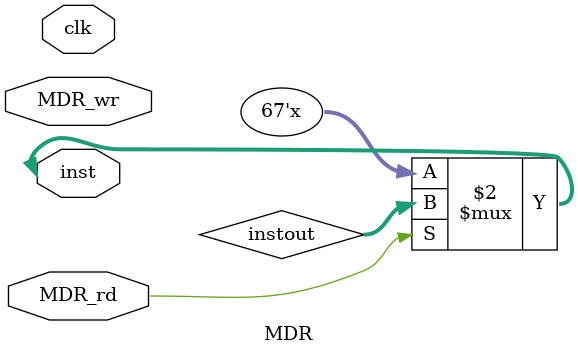
<source format=v>
`timescale 1ns / 1ps

//////////////////////////////////////////////////////////////////////////////////


module MDR( input MDR_rd,MDR_wr, // wr => write to MDR , rd => read from MDR
input clk,
inout [66:0] inst
 );

 wire [66:0] instload;
 reg [66 :0] instram,instout;
 
 always @ (posedge clk) begin
 if(MDR_wr)begin
    instram <= inst;
 end
 else begin
    instram <= instram;
 end
 
 end
 assign inst = MDR_rd? instout:67'dz;
endmodule

</source>
